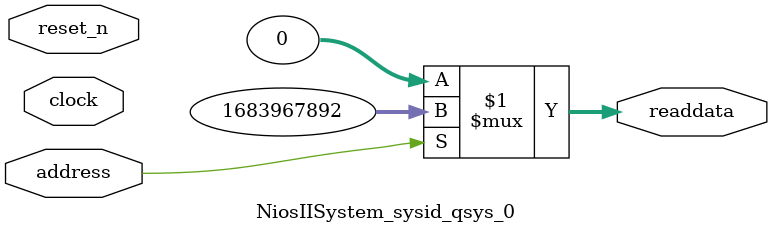
<source format=v>



// synthesis translate_off
`timescale 1ns / 1ps
// synthesis translate_on

// turn off superfluous verilog processor warnings 
// altera message_level Level1 
// altera message_off 10034 10035 10036 10037 10230 10240 10030 

module NiosIISystem_sysid_qsys_0 (
               // inputs:
                address,
                clock,
                reset_n,

               // outputs:
                readdata
             )
;

  output  [ 31: 0] readdata;
  input            address;
  input            clock;
  input            reset_n;

  wire    [ 31: 0] readdata;
  //control_slave, which is an e_avalon_slave
  assign readdata = address ? 1683967892 : 0;

endmodule



</source>
